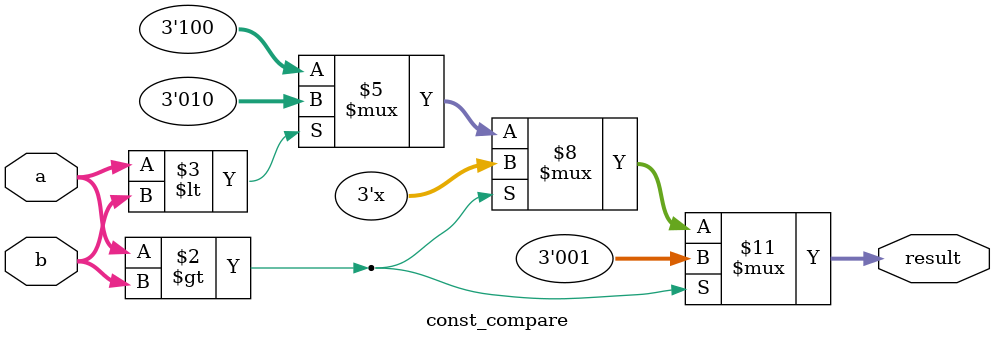
<source format=sv>

module const_arith (
    input wire [7:0] a,
    input wire [7:0] b,
    input wire [2:0] op,
    output wire [7:0] result
);
    always_comb begin
        case (op)
            3'b000: result = a + b;
            3'b001: result = a - b;
            3'b010: result = a * b;
            3'b011: result = a / b;
            3'b100: result = a % b;
            default: result = 8'h00;
        endcase
    end
endmodule

// Logic operations module
module const_logic (
    input wire [3:0] in1,
    input wire [3:0] in2,
    input wire [1:0] op,
    output wire [3:0] out
);
    always_comb begin
        case (op)
            2'b00: out = in1 & in2;
            2'b01: out = in1 | in2;
            2'b10: out = in1 ^ in2;
            2'b11: out = ~in1;
        endcase
    end
endmodule

// Comparison module
module const_compare (
    input wire [7:0] a,
    input wire [7:0] b,
    output wire [2:0] result
);
    always_comb begin
        if (a > b)
            result = 3'b001;
        else if (a < b)
            result = 3'b010;
        else
            result = 3'b100;
    end
endmodule

</source>
